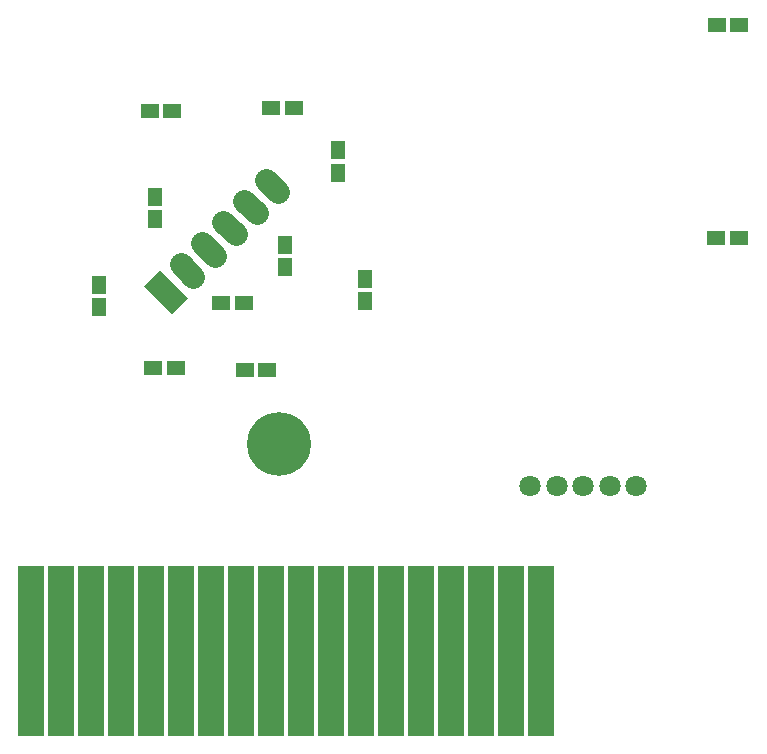
<source format=gbs>
G04 #@! TF.FileFunction,Soldermask,Bot*
%FSLAX46Y46*%
G04 Gerber Fmt 4.6, Leading zero omitted, Abs format (unit mm)*
G04 Created by KiCad (PCBNEW 4.0.7) date 02/05/19 23:34:14*
%MOMM*%
%LPD*%
G01*
G04 APERTURE LIST*
%ADD10C,0.100000*%
%ADD11R,1.150000X1.600000*%
%ADD12R,1.600000X1.150000*%
%ADD13R,2.180000X14.400000*%
%ADD14C,1.910000*%
%ADD15C,5.400000*%
%ADD16C,1.800000*%
G04 APERTURE END LIST*
D10*
D11*
X131500000Y-91450000D03*
X131500000Y-89550000D03*
D12*
X137100000Y-98500000D03*
X139000000Y-98500000D03*
D11*
X142500000Y-93600000D03*
X142500000Y-95500000D03*
X147000000Y-85600000D03*
X147000000Y-87500000D03*
D12*
X131050000Y-82250000D03*
X132950000Y-82250000D03*
X180900000Y-93000000D03*
X179000000Y-93000000D03*
X180950000Y-75000000D03*
X179050000Y-75000000D03*
D13*
X164180000Y-128000000D03*
X161640000Y-128000000D03*
X159100000Y-128000000D03*
X156560000Y-128000000D03*
X154020000Y-128000000D03*
X151480000Y-128000000D03*
X148940000Y-128000000D03*
X146400000Y-128000000D03*
X143860000Y-128000000D03*
X141320000Y-128000000D03*
X138780000Y-128000000D03*
X136240000Y-128000000D03*
X133700000Y-128000000D03*
X131160000Y-128000000D03*
X128620000Y-128000000D03*
X126080000Y-128000000D03*
X123540000Y-128000000D03*
X121000000Y-128000000D03*
D10*
G36*
X132938228Y-99473006D02*
X130526994Y-97061772D01*
X131877568Y-95711198D01*
X134288802Y-98122432D01*
X132938228Y-99473006D01*
X132938228Y-99473006D01*
G37*
D14*
X133673619Y-95265721D02*
X134734279Y-96326381D01*
X135469670Y-93469670D02*
X136530330Y-94530330D01*
X137265722Y-91673618D02*
X138326382Y-92734278D01*
X139061773Y-89877567D02*
X140122433Y-90938227D01*
X140857824Y-88081516D02*
X141918484Y-89142176D01*
D15*
X142000000Y-110500000D03*
D11*
X149250000Y-96500000D03*
X149250000Y-98400000D03*
D12*
X141350000Y-82000000D03*
X143250000Y-82000000D03*
X139100000Y-104250000D03*
X141000000Y-104250000D03*
D11*
X126750000Y-98900000D03*
X126750000Y-97000000D03*
D12*
X131350000Y-104000000D03*
X133250000Y-104000000D03*
D16*
X165500000Y-114000000D03*
X167750000Y-114000000D03*
X170000000Y-114000000D03*
X172250000Y-114000000D03*
X163250000Y-114000000D03*
M02*

</source>
